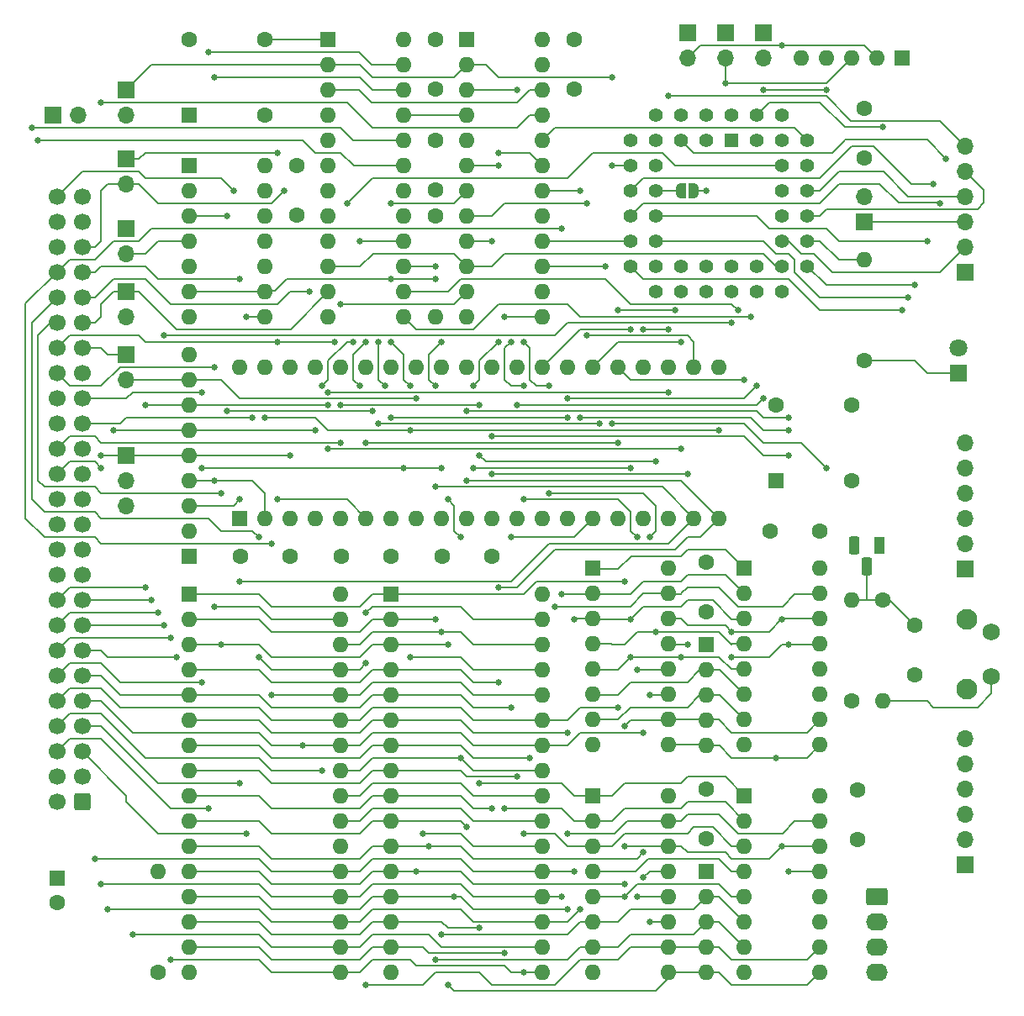
<source format=gbl>
G04 #@! TF.GenerationSoftware,KiCad,Pcbnew,6.0.4-6f826c9f35~116~ubuntu18.04.1*
G04 #@! TF.CreationDate,2023-06-15T13:07:36+01:00*
G04 #@! TF.ProjectId,sbc09,73626330-392e-46b6-9963-61645f706362,rev?*
G04 #@! TF.SameCoordinates,Original*
G04 #@! TF.FileFunction,Copper,L4,Bot*
G04 #@! TF.FilePolarity,Positive*
%FSLAX46Y46*%
G04 Gerber Fmt 4.6, Leading zero omitted, Abs format (unit mm)*
G04 Created by KiCad (PCBNEW 6.0.4-6f826c9f35~116~ubuntu18.04.1) date 2023-06-15 13:07:36*
%MOMM*%
%LPD*%
G01*
G04 APERTURE LIST*
G04 Aperture macros list*
%AMRoundRect*
0 Rectangle with rounded corners*
0 $1 Rounding radius*
0 $2 $3 $4 $5 $6 $7 $8 $9 X,Y pos of 4 corners*
0 Add a 4 corners polygon primitive as box body*
4,1,4,$2,$3,$4,$5,$6,$7,$8,$9,$2,$3,0*
0 Add four circle primitives for the rounded corners*
1,1,$1+$1,$2,$3*
1,1,$1+$1,$4,$5*
1,1,$1+$1,$6,$7*
1,1,$1+$1,$8,$9*
0 Add four rect primitives between the rounded corners*
20,1,$1+$1,$2,$3,$4,$5,0*
20,1,$1+$1,$4,$5,$6,$7,0*
20,1,$1+$1,$6,$7,$8,$9,0*
20,1,$1+$1,$8,$9,$2,$3,0*%
%AMFreePoly0*
4,1,22,0.500000,-0.750000,0.000000,-0.750000,0.000000,-0.745033,-0.079941,-0.743568,-0.215256,-0.701293,-0.333266,-0.622738,-0.424486,-0.514219,-0.481581,-0.384460,-0.499164,-0.250000,-0.500000,-0.250000,-0.500000,0.250000,-0.499164,0.250000,-0.499963,0.256109,-0.478152,0.396186,-0.417904,0.524511,-0.324060,0.630769,-0.204165,0.706417,-0.067858,0.745374,0.000000,0.744959,0.000000,0.750000,
0.500000,0.750000,0.500000,-0.750000,0.500000,-0.750000,$1*%
%AMFreePoly1*
4,1,20,0.000000,0.744959,0.073905,0.744508,0.209726,0.703889,0.328688,0.626782,0.421226,0.519385,0.479903,0.390333,0.500000,0.250000,0.500000,-0.250000,0.499851,-0.262216,0.476331,-0.402017,0.414519,-0.529596,0.319384,-0.634700,0.198574,-0.708877,0.061801,-0.746166,0.000000,-0.745033,0.000000,-0.750000,-0.500000,-0.750000,-0.500000,0.750000,0.000000,0.750000,0.000000,0.744959,
0.000000,0.744959,$1*%
G04 Aperture macros list end*
G04 #@! TA.AperFunction,ComponentPad*
%ADD10R,1.700000X1.700000*%
G04 #@! TD*
G04 #@! TA.AperFunction,ComponentPad*
%ADD11O,1.700000X1.700000*%
G04 #@! TD*
G04 #@! TA.AperFunction,ComponentPad*
%ADD12C,1.600000*%
G04 #@! TD*
G04 #@! TA.AperFunction,ComponentPad*
%ADD13O,1.600000X1.600000*%
G04 #@! TD*
G04 #@! TA.AperFunction,ComponentPad*
%ADD14R,1.600000X1.600000*%
G04 #@! TD*
G04 #@! TA.AperFunction,ComponentPad*
%ADD15RoundRect,0.250000X0.600000X0.600000X-0.600000X0.600000X-0.600000X-0.600000X0.600000X-0.600000X0*%
G04 #@! TD*
G04 #@! TA.AperFunction,ComponentPad*
%ADD16C,1.700000*%
G04 #@! TD*
G04 #@! TA.AperFunction,ComponentPad*
%ADD17RoundRect,0.250000X-0.845000X0.620000X-0.845000X-0.620000X0.845000X-0.620000X0.845000X0.620000X0*%
G04 #@! TD*
G04 #@! TA.AperFunction,ComponentPad*
%ADD18O,2.190000X1.740000*%
G04 #@! TD*
G04 #@! TA.AperFunction,ComponentPad*
%ADD19R,1.422400X1.422400*%
G04 #@! TD*
G04 #@! TA.AperFunction,ComponentPad*
%ADD20C,1.422400*%
G04 #@! TD*
G04 #@! TA.AperFunction,ComponentPad*
%ADD21R,1.800000X1.800000*%
G04 #@! TD*
G04 #@! TA.AperFunction,ComponentPad*
%ADD22C,1.800000*%
G04 #@! TD*
G04 #@! TA.AperFunction,ComponentPad*
%ADD23C,2.100000*%
G04 #@! TD*
G04 #@! TA.AperFunction,ComponentPad*
%ADD24C,1.750000*%
G04 #@! TD*
G04 #@! TA.AperFunction,ComponentPad*
%ADD25R,1.100000X1.800000*%
G04 #@! TD*
G04 #@! TA.AperFunction,ComponentPad*
%ADD26RoundRect,0.275000X0.275000X0.625000X-0.275000X0.625000X-0.275000X-0.625000X0.275000X-0.625000X0*%
G04 #@! TD*
G04 #@! TA.AperFunction,SMDPad,CuDef*
%ADD27FreePoly0,180.000000*%
G04 #@! TD*
G04 #@! TA.AperFunction,SMDPad,CuDef*
%ADD28FreePoly1,180.000000*%
G04 #@! TD*
G04 #@! TA.AperFunction,ViaPad*
%ADD29C,0.660400*%
G04 #@! TD*
G04 #@! TA.AperFunction,Conductor*
%ADD30C,0.203200*%
G04 #@! TD*
G04 APERTURE END LIST*
D10*
X107950000Y-53340000D03*
D11*
X107950000Y-55880000D03*
D10*
X100584000Y-55880000D03*
D11*
X103124000Y-55880000D03*
D12*
X182245000Y-80645000D03*
D13*
X182245000Y-70485000D03*
D14*
X154950008Y-101589992D03*
D13*
X154950008Y-104129992D03*
X154950008Y-106669992D03*
X154950008Y-109209992D03*
X154950008Y-111749992D03*
X154950008Y-114289992D03*
X154950008Y-116829992D03*
X154950008Y-119369992D03*
X162570008Y-119369992D03*
X162570008Y-116829992D03*
X162570008Y-114289992D03*
X162570008Y-111749992D03*
X162570008Y-109209992D03*
X162570008Y-106669992D03*
X162570008Y-104129992D03*
X162570008Y-101589992D03*
D12*
X139065000Y-48300000D03*
X139065000Y-53300000D03*
D10*
X107950000Y-67310000D03*
D11*
X107950000Y-69850000D03*
D15*
X103487500Y-125095000D03*
D16*
X100947500Y-125095000D03*
X103487500Y-122555000D03*
X100947500Y-122555000D03*
X103487500Y-120015000D03*
X100947500Y-120015000D03*
X103487500Y-117475000D03*
X100947500Y-117475000D03*
X103487500Y-114935000D03*
X100947500Y-114935000D03*
X103487500Y-112395000D03*
X100947500Y-112395000D03*
X103487500Y-109855000D03*
X100947500Y-109855000D03*
X103487500Y-107315000D03*
X100947500Y-107315000D03*
X103487500Y-104775000D03*
X100947500Y-104775000D03*
X103487500Y-102235000D03*
X100947500Y-102235000D03*
X103487500Y-99695000D03*
X100947500Y-99695000D03*
X103487500Y-97155000D03*
X100947500Y-97155000D03*
X103487500Y-94615000D03*
X100947500Y-94615000D03*
X103487500Y-92075000D03*
X100947500Y-92075000D03*
X103487500Y-89535000D03*
X100947500Y-89535000D03*
X103487500Y-86995000D03*
X100947500Y-86995000D03*
X103487500Y-84455000D03*
X100947500Y-84455000D03*
X103487500Y-81915000D03*
X100947500Y-81915000D03*
X103487500Y-79375000D03*
X100947500Y-79375000D03*
X103487500Y-76835000D03*
X100947500Y-76835000D03*
X103487500Y-74295000D03*
X100947500Y-74295000D03*
X103487500Y-71755000D03*
X100947500Y-71755000D03*
X103487500Y-69215000D03*
X100947500Y-69215000D03*
X103487500Y-66675000D03*
X100947500Y-66675000D03*
X103487500Y-64135000D03*
X100947500Y-64135000D03*
D12*
X144740000Y-100330000D03*
X139740000Y-100330000D03*
X180975000Y-114935000D03*
D13*
X180975000Y-104775000D03*
D10*
X107950000Y-73660000D03*
D11*
X107950000Y-76200000D03*
D10*
X172085000Y-47625000D03*
D11*
X172085000Y-50165000D03*
D17*
X183515000Y-134620000D03*
D18*
X183515000Y-137160000D03*
X183515000Y-139700000D03*
X183515000Y-142240000D03*
D14*
X166370000Y-132080000D03*
D13*
X166370000Y-134620000D03*
X166370000Y-137160000D03*
X166370000Y-139700000D03*
X166370000Y-142240000D03*
D14*
X114300000Y-60960000D03*
D13*
X114300000Y-63500000D03*
X114300000Y-66040000D03*
X114300000Y-68580000D03*
X114300000Y-71120000D03*
X114300000Y-73660000D03*
X114300000Y-76200000D03*
X121920000Y-76200000D03*
X121920000Y-73660000D03*
X121920000Y-71120000D03*
X121920000Y-68580000D03*
X121920000Y-66040000D03*
X121920000Y-63500000D03*
X121920000Y-60960000D03*
D14*
X119380000Y-96520000D03*
D13*
X121920000Y-96520000D03*
X124460000Y-96520000D03*
X127000000Y-96520000D03*
X129540000Y-96520000D03*
X132080000Y-96520000D03*
X134620000Y-96520000D03*
X137160000Y-96520000D03*
X139700000Y-96520000D03*
X142240000Y-96520000D03*
X144780000Y-96520000D03*
X147320000Y-96520000D03*
X149860000Y-96520000D03*
X152400000Y-96520000D03*
X154940000Y-96520000D03*
X157480000Y-96520000D03*
X160020000Y-96520000D03*
X162560000Y-96520000D03*
X165100000Y-96520000D03*
X167640000Y-96520000D03*
X167640000Y-81280000D03*
X165100000Y-81280000D03*
X162560000Y-81280000D03*
X160020000Y-81280000D03*
X157480000Y-81280000D03*
X154940000Y-81280000D03*
X152400000Y-81280000D03*
X149860000Y-81280000D03*
X147320000Y-81280000D03*
X144780000Y-81280000D03*
X142240000Y-81280000D03*
X139700000Y-81280000D03*
X137160000Y-81280000D03*
X134620000Y-81280000D03*
X132080000Y-81280000D03*
X129540000Y-81280000D03*
X127000000Y-81280000D03*
X124460000Y-81280000D03*
X121920000Y-81280000D03*
X119380000Y-81280000D03*
D14*
X128270000Y-48260000D03*
D13*
X128270000Y-50800000D03*
X128270000Y-53340000D03*
X128270000Y-55880000D03*
X128270000Y-58420000D03*
X128270000Y-60960000D03*
X128270000Y-63500000D03*
X128270000Y-66040000D03*
X128270000Y-68580000D03*
X128270000Y-71120000D03*
X128270000Y-73660000D03*
X128270000Y-76200000D03*
X135890000Y-76200000D03*
X135890000Y-73660000D03*
X135890000Y-71120000D03*
X135890000Y-68580000D03*
X135890000Y-66040000D03*
X135890000Y-63500000D03*
X135890000Y-60960000D03*
X135890000Y-58420000D03*
X135890000Y-55880000D03*
X135890000Y-53340000D03*
X135890000Y-50800000D03*
X135890000Y-48260000D03*
D12*
X153035000Y-48260000D03*
X153035000Y-53260000D03*
X187325000Y-107315000D03*
X187325000Y-112315000D03*
D19*
X168910000Y-58420000D03*
D20*
X166370000Y-55880000D03*
X166370000Y-58420000D03*
X163830000Y-55880000D03*
X163830000Y-58420000D03*
X161290000Y-55880000D03*
X158750000Y-58420000D03*
X161290000Y-58420000D03*
X158750000Y-60960000D03*
X161290000Y-60960000D03*
X158750000Y-63500000D03*
X161290000Y-63500000D03*
X158750000Y-66040000D03*
X161290000Y-66040000D03*
X158750000Y-68580000D03*
X161290000Y-68580000D03*
X158750000Y-71120000D03*
X161290000Y-73660000D03*
X161290000Y-71120000D03*
X163830000Y-73660000D03*
X163830000Y-71120000D03*
X166370000Y-73660000D03*
X166370000Y-71120000D03*
X168910000Y-73660000D03*
X168910000Y-71120000D03*
X171450000Y-73660000D03*
X171450000Y-71120000D03*
X173990000Y-73660000D03*
X176530000Y-71120000D03*
X173990000Y-71120000D03*
X176530000Y-68580000D03*
X173990000Y-68580000D03*
X176530000Y-66040000D03*
X173990000Y-66040000D03*
X176530000Y-63500000D03*
X173990000Y-63500000D03*
X176530000Y-60960000D03*
X173990000Y-60960000D03*
X176530000Y-58420000D03*
X173990000Y-55880000D03*
X173990000Y-58420000D03*
X171450000Y-55880000D03*
X171450000Y-58420000D03*
X168910000Y-55880000D03*
D10*
X192405000Y-101600000D03*
D11*
X192405000Y-99060000D03*
X192405000Y-96520000D03*
X192405000Y-93980000D03*
X192405000Y-91440000D03*
X192405000Y-88900000D03*
D10*
X107950000Y-60325000D03*
D11*
X107950000Y-62865000D03*
D14*
X114300000Y-100330000D03*
D13*
X114300000Y-97790000D03*
X114300000Y-95250000D03*
X114300000Y-92710000D03*
X114300000Y-90170000D03*
X114300000Y-87630000D03*
X114300000Y-85090000D03*
X114300000Y-82550000D03*
X114300000Y-80010000D03*
D14*
X114300000Y-55880000D03*
D12*
X121920000Y-55880000D03*
X121920000Y-48260000D03*
X114300000Y-48260000D03*
X111125000Y-142240000D03*
D13*
X111125000Y-132080000D03*
D21*
X191770000Y-81890000D03*
D22*
X191770000Y-79350000D03*
D12*
X182245000Y-55245000D03*
X182245000Y-60245000D03*
D23*
X192582000Y-106700000D03*
X192582000Y-113710000D03*
D24*
X195072000Y-107950000D03*
X195072000Y-112450000D03*
D10*
X107950000Y-80010000D03*
D11*
X107950000Y-82550000D03*
D14*
X186075000Y-50165000D03*
D13*
X183535000Y-50165000D03*
X180995000Y-50165000D03*
X178455000Y-50165000D03*
X175915000Y-50165000D03*
D12*
X177760000Y-97790000D03*
X172760000Y-97790000D03*
D14*
X166370000Y-109300000D03*
D13*
X166370000Y-111840000D03*
X166370000Y-114380000D03*
X166370000Y-116920000D03*
X166370000Y-119460000D03*
D14*
X154950008Y-124479990D03*
D13*
X154950008Y-127019990D03*
X154950008Y-129559990D03*
X154950008Y-132099990D03*
X154950008Y-134639990D03*
X154950008Y-137179990D03*
X154950008Y-139719990D03*
X154950008Y-142259990D03*
X162570008Y-142259990D03*
X162570008Y-139719990D03*
X162570008Y-137179990D03*
X162570008Y-134639990D03*
X162570008Y-132099990D03*
X162570008Y-129559990D03*
X162570008Y-127019990D03*
X162570008Y-124479990D03*
D14*
X170180000Y-124460000D03*
D13*
X170180000Y-127000000D03*
X170180000Y-129540000D03*
X170180000Y-132080000D03*
X170180000Y-134620000D03*
X170180000Y-137160000D03*
X170180000Y-139700000D03*
X170180000Y-142240000D03*
X177800000Y-142240000D03*
X177800000Y-139700000D03*
X177800000Y-137160000D03*
X177800000Y-134620000D03*
X177800000Y-132080000D03*
X177800000Y-129540000D03*
X177800000Y-127000000D03*
X177800000Y-124460000D03*
D12*
X134580000Y-100330000D03*
X129580000Y-100330000D03*
D10*
X107950000Y-90170000D03*
D11*
X107950000Y-92710000D03*
X107950000Y-95250000D03*
D25*
X183769000Y-99295000D03*
D26*
X182499000Y-101365000D03*
X181229000Y-99295000D03*
D10*
X192405000Y-131445000D03*
D11*
X192405000Y-128905000D03*
X192405000Y-126365000D03*
X192405000Y-123825000D03*
X192405000Y-121285000D03*
X192405000Y-118745000D03*
D12*
X125095000Y-61000000D03*
X125095000Y-66000000D03*
X184150000Y-104775000D03*
D13*
X184150000Y-114935000D03*
D12*
X181610000Y-123905000D03*
X181610000Y-128905000D03*
X166370000Y-123825000D03*
X166370000Y-128825000D03*
X166370000Y-100965000D03*
X166370000Y-105965000D03*
D14*
X100965000Y-132779888D03*
D12*
X100965000Y-135279888D03*
D14*
X142240000Y-48260000D03*
D13*
X142240000Y-50800000D03*
X142240000Y-53340000D03*
X142240000Y-55880000D03*
X142240000Y-58420000D03*
X142240000Y-60960000D03*
X142240000Y-63500000D03*
X142240000Y-66040000D03*
X142240000Y-68580000D03*
X142240000Y-71120000D03*
X142240000Y-73660000D03*
X142240000Y-76200000D03*
X149860000Y-76200000D03*
X149860000Y-73660000D03*
X149860000Y-71120000D03*
X149860000Y-68580000D03*
X149860000Y-66040000D03*
X149860000Y-63500000D03*
X149860000Y-60960000D03*
X149860000Y-58420000D03*
X149860000Y-55880000D03*
X149860000Y-53340000D03*
X149860000Y-50800000D03*
X149860000Y-48260000D03*
D12*
X124420000Y-100330000D03*
X119420000Y-100330000D03*
D10*
X168275000Y-47625000D03*
D11*
X168275000Y-50165000D03*
D14*
X173355000Y-92710000D03*
D12*
X180975000Y-92710000D03*
X180975000Y-85090000D03*
X173355000Y-85090000D03*
D14*
X134620000Y-104140000D03*
D13*
X134620000Y-106680000D03*
X134620000Y-109220000D03*
X134620000Y-111760000D03*
X134620000Y-114300000D03*
X134620000Y-116840000D03*
X134620000Y-119380000D03*
X134620000Y-121920000D03*
X134620000Y-124460000D03*
X134620000Y-127000000D03*
X134620000Y-129540000D03*
X134620000Y-132080000D03*
X134620000Y-134620000D03*
X134620000Y-137160000D03*
X134620000Y-139700000D03*
X134620000Y-142240000D03*
X149860000Y-142240000D03*
X149860000Y-139700000D03*
X149860000Y-137160000D03*
X149860000Y-134620000D03*
X149860000Y-132080000D03*
X149860000Y-129540000D03*
X149860000Y-127000000D03*
X149860000Y-124460000D03*
X149860000Y-121920000D03*
X149860000Y-119380000D03*
X149860000Y-116840000D03*
X149860000Y-114300000D03*
X149860000Y-111760000D03*
X149860000Y-109220000D03*
X149860000Y-106680000D03*
X149860000Y-104140000D03*
D10*
X164465000Y-47625000D03*
D11*
X164465000Y-50165000D03*
D12*
X139065000Y-63420000D03*
X139065000Y-58420000D03*
D14*
X170169992Y-101589992D03*
D13*
X170169992Y-104129992D03*
X170169992Y-106669992D03*
X170169992Y-109209992D03*
X170169992Y-111749992D03*
X170169992Y-114289992D03*
X170169992Y-116829992D03*
X170169992Y-119369992D03*
X177789992Y-119369992D03*
X177789992Y-116829992D03*
X177789992Y-114289992D03*
X177789992Y-111749992D03*
X177789992Y-109209992D03*
X177789992Y-106669992D03*
X177789992Y-104129992D03*
X177789992Y-101589992D03*
D14*
X114300000Y-104140000D03*
D13*
X114300000Y-106680000D03*
X114300000Y-109220000D03*
X114300000Y-111760000D03*
X114300000Y-114300000D03*
X114300000Y-116840000D03*
X114300000Y-119380000D03*
X114300000Y-121920000D03*
X114300000Y-124460000D03*
X114300000Y-127000000D03*
X114300000Y-129540000D03*
X114300000Y-132080000D03*
X114300000Y-134620000D03*
X114300000Y-137160000D03*
X114300000Y-139700000D03*
X114300000Y-142240000D03*
X129540000Y-142240000D03*
X129540000Y-139700000D03*
X129540000Y-137160000D03*
X129540000Y-134620000D03*
X129540000Y-132080000D03*
X129540000Y-129540000D03*
X129540000Y-127000000D03*
X129540000Y-124460000D03*
X129540000Y-121920000D03*
X129540000Y-119380000D03*
X129540000Y-116840000D03*
X129540000Y-114300000D03*
X129540000Y-111760000D03*
X129540000Y-109220000D03*
X129540000Y-106680000D03*
X129540000Y-104140000D03*
D12*
X139065000Y-66040000D03*
D13*
X139065000Y-76200000D03*
D10*
X192450000Y-71730000D03*
D11*
X192450000Y-69190000D03*
X192450000Y-66650000D03*
X192450000Y-64110000D03*
X192450000Y-61570000D03*
X192450000Y-59030000D03*
D10*
X182245000Y-66680000D03*
D11*
X182245000Y-64140000D03*
D27*
X165115000Y-63500000D03*
D28*
X163815000Y-63500000D03*
D29*
X166370000Y-63500000D03*
X132080000Y-88900000D03*
X157480000Y-115570000D03*
X132080000Y-78740000D03*
X131445000Y-83185000D03*
X157480000Y-88900000D03*
X162560000Y-53975000D03*
X188595000Y-68580000D03*
X189230000Y-62840000D03*
X189865000Y-64770000D03*
X190500000Y-60300000D03*
X184150000Y-57125000D03*
X187325000Y-73000000D03*
X186690000Y-74270000D03*
X186055000Y-75540000D03*
X120650000Y-86360000D03*
X117475000Y-109220000D03*
X117475000Y-93980000D03*
X140335000Y-143510000D03*
X140335000Y-109220000D03*
X123190000Y-59690000D03*
X127000000Y-87630000D03*
X106680000Y-87630000D03*
X105410000Y-91440000D03*
X129540000Y-88900000D03*
X144780000Y-68580000D03*
X143510000Y-85090000D03*
X129540000Y-85090000D03*
X118110000Y-85725000D03*
X132715000Y-85725000D03*
X118110000Y-66040000D03*
X99060000Y-58420000D03*
X115570000Y-91440000D03*
X115570000Y-83820000D03*
X156845000Y-52070000D03*
X156845000Y-60960000D03*
X135890000Y-91440000D03*
X136525000Y-110490000D03*
X139700000Y-91440000D03*
X124460000Y-90170000D03*
X105410000Y-90170000D03*
X116840000Y-92710000D03*
X116840000Y-81280000D03*
X123190000Y-94615000D03*
X128905000Y-78740000D03*
X123190000Y-78740000D03*
X129540000Y-74930000D03*
X130175000Y-64770000D03*
X126365000Y-73660000D03*
X119380000Y-72390000D03*
X119380000Y-94615000D03*
X139065000Y-72390000D03*
X134620000Y-72390000D03*
X173990000Y-48895000D03*
X168275000Y-52705000D03*
X172085000Y-53340000D03*
X178435000Y-53340000D03*
X137160000Y-84455000D03*
X128270000Y-85090000D03*
X109855000Y-85090000D03*
X123825000Y-63500000D03*
X139700000Y-138430000D03*
X139700000Y-107950000D03*
X105410000Y-54610000D03*
X132080000Y-143510000D03*
X121285000Y-98425000D03*
X132080000Y-106045000D03*
X132080000Y-111125000D03*
X121285000Y-110490000D03*
X98425000Y-57150000D03*
X169545000Y-75565000D03*
X170815000Y-76200000D03*
X144780000Y-88265000D03*
X146050000Y-76200000D03*
X173355000Y-120650000D03*
X174625000Y-90170000D03*
X158115000Y-102870000D03*
X158115000Y-117475000D03*
X139065000Y-140970000D03*
X139065000Y-106680000D03*
X146685000Y-78740000D03*
X112395000Y-108585000D03*
X147955000Y-83185000D03*
X147320000Y-122555000D03*
X147955000Y-78740000D03*
X150495000Y-83185000D03*
X148590000Y-120650000D03*
X147320000Y-53340000D03*
X113030000Y-110490000D03*
X167640000Y-87630000D03*
X134620000Y-64770000D03*
X136525000Y-87630000D03*
X136525000Y-83185000D03*
X120015000Y-128270000D03*
X134620000Y-78740000D03*
X121920000Y-86360000D03*
X122555000Y-99060000D03*
X122555000Y-114300000D03*
X151765000Y-67310000D03*
X153670000Y-63500000D03*
X153670000Y-86360000D03*
X174625000Y-87630000D03*
X147955000Y-94615000D03*
X159385000Y-111760000D03*
X159385000Y-134620000D03*
X159385000Y-98425000D03*
X131445000Y-68580000D03*
X168910000Y-76835000D03*
X111760000Y-78105000D03*
X116840000Y-52070000D03*
X116205000Y-49530000D03*
X133985000Y-83185000D03*
X133350000Y-78740000D03*
X152400000Y-118110000D03*
X152400000Y-86360000D03*
X134620000Y-86360000D03*
X115570000Y-113030000D03*
X146685000Y-98425000D03*
X146685000Y-115570000D03*
X133350000Y-86995000D03*
X155575000Y-86995000D03*
X160020000Y-118110000D03*
X125730000Y-119380000D03*
X127635000Y-121920000D03*
X128270000Y-89535000D03*
X130810000Y-78740000D03*
X127635000Y-83185000D03*
X163830000Y-89535000D03*
X139065000Y-93345000D03*
X119380000Y-102870000D03*
X139700000Y-78740000D03*
X139065000Y-83185000D03*
X119380000Y-123190000D03*
X145415000Y-60960000D03*
X142875000Y-83185000D03*
X116205000Y-125730000D03*
X145415000Y-103505000D03*
X142240000Y-92710000D03*
X145415000Y-78740000D03*
X145415000Y-113030000D03*
X154305000Y-78105000D03*
X154305000Y-64770000D03*
X158115000Y-134620000D03*
X158750000Y-110490000D03*
X163830000Y-110490000D03*
X162560000Y-83820000D03*
X161290000Y-107950000D03*
X128270000Y-83820000D03*
X156845000Y-86995000D03*
X178435000Y-91440000D03*
X156210000Y-71120000D03*
X160655000Y-98425000D03*
X160655000Y-114300000D03*
X150495000Y-93980000D03*
X160655000Y-137160000D03*
X137795000Y-128270000D03*
X168910000Y-107950000D03*
X158115000Y-133350000D03*
X158115000Y-129540000D03*
X173990000Y-129540000D03*
X173990000Y-106680000D03*
X109855000Y-103505000D03*
X137160000Y-132080000D03*
X160020000Y-132715000D03*
X168910000Y-110490000D03*
X174625000Y-132080000D03*
X138430000Y-129540000D03*
X160020000Y-130175000D03*
X164465000Y-109220000D03*
X174625000Y-109220000D03*
X110490000Y-104775000D03*
X158750000Y-91440000D03*
X142240000Y-127635000D03*
X142875000Y-91440000D03*
X111125000Y-106045000D03*
X164465000Y-92075000D03*
X163195000Y-75565000D03*
X157480000Y-75565000D03*
X144780000Y-125730000D03*
X144780000Y-92075000D03*
X111760000Y-107315000D03*
X153035000Y-106680000D03*
X153035000Y-132080000D03*
X104775000Y-130810000D03*
X158750000Y-106680000D03*
X160020000Y-77470000D03*
X162560000Y-77470000D03*
X151765000Y-134620000D03*
X170180000Y-82550000D03*
X105410000Y-133350000D03*
X151765000Y-104140000D03*
X153670000Y-135890000D03*
X163830000Y-78740000D03*
X106045000Y-135890000D03*
X152400000Y-84455000D03*
X171450000Y-83185000D03*
X108585000Y-138430000D03*
X151130000Y-105410000D03*
X112395000Y-140970000D03*
X158750000Y-77470000D03*
X147955000Y-142240000D03*
X147955000Y-128270000D03*
X146050000Y-140335000D03*
X146050000Y-125730000D03*
X172085000Y-84455000D03*
X147320000Y-85090000D03*
X143510000Y-90170000D03*
X143510000Y-137795000D03*
X143510000Y-123190000D03*
X161290000Y-90805000D03*
X152400000Y-135890000D03*
X174625000Y-86360000D03*
X152400000Y-128270000D03*
X140970000Y-134620000D03*
X142240000Y-85725000D03*
X145415000Y-59690000D03*
X141605000Y-98425000D03*
X141605000Y-120650000D03*
X140335000Y-94615000D03*
X120015000Y-76200000D03*
X118745000Y-63500000D03*
X116840000Y-105410000D03*
X139065000Y-71120000D03*
D30*
X165115000Y-63500000D02*
X166370000Y-63500000D01*
X141610000Y-115570000D02*
X142880000Y-116840000D01*
X100965000Y-114935000D02*
X102235000Y-113665000D01*
X142880000Y-116840000D02*
X149860000Y-116840000D01*
X131450000Y-116840000D02*
X132720000Y-115570000D01*
X105410000Y-113665000D02*
X107315000Y-115570000D01*
X121285000Y-115570000D02*
X122555000Y-116840000D01*
X132080000Y-78740000D02*
X130810000Y-80010000D01*
X152400000Y-116840000D02*
X149860000Y-116840000D01*
X102235000Y-113665000D02*
X105410000Y-113665000D01*
X157480000Y-115570000D02*
X153670000Y-115570000D01*
X122555000Y-116840000D02*
X129535000Y-116840000D01*
X132720000Y-115570000D02*
X141610000Y-115570000D01*
X107315000Y-115570000D02*
X121285000Y-115570000D01*
X130810000Y-82550000D02*
X131445000Y-83185000D01*
X129540000Y-116840000D02*
X131450000Y-116840000D01*
X153670000Y-115570000D02*
X152400000Y-116840000D01*
X132080000Y-88900000D02*
X157480000Y-88900000D01*
X130810000Y-80010000D02*
X130810000Y-82550000D01*
X188595000Y-81890000D02*
X191770000Y-81890000D01*
X182245000Y-80620000D02*
X187325000Y-80620000D01*
X187325000Y-80620000D02*
X188595000Y-81890000D01*
X179070000Y-71755000D02*
X189865000Y-71755000D01*
X189865000Y-71730000D02*
X192405000Y-69190000D01*
X177165000Y-69850000D02*
X179070000Y-71755000D01*
X174625000Y-68580000D02*
X175895000Y-69850000D01*
X175895000Y-69850000D02*
X177165000Y-69850000D01*
X173990000Y-68580000D02*
X174625000Y-68580000D01*
X177800000Y-63500000D02*
X179705000Y-61595000D01*
X176530000Y-63500000D02*
X177800000Y-63500000D01*
X186690000Y-64110000D02*
X192450000Y-64110000D01*
X184175000Y-61595000D02*
X186690000Y-64110000D01*
X179705000Y-61595000D02*
X184175000Y-61595000D01*
X178435000Y-65405000D02*
X193675000Y-65405000D01*
X176530000Y-66040000D02*
X177800000Y-66040000D01*
X194310000Y-64745000D02*
X194310000Y-63475000D01*
X193675000Y-65380000D02*
X194310000Y-64745000D01*
X194310000Y-63475000D02*
X192450000Y-61615000D01*
X177800000Y-66040000D02*
X178435000Y-65405000D01*
X178435000Y-53975000D02*
X180950000Y-56490000D01*
X180950000Y-56490000D02*
X189910000Y-56490000D01*
X189910000Y-56490000D02*
X192450000Y-59030000D01*
X162560000Y-53975000D02*
X178435000Y-53975000D01*
X171450000Y-66040000D02*
X161290000Y-66040000D01*
X172720000Y-67310000D02*
X171450000Y-66040000D01*
X178435000Y-67310000D02*
X172720000Y-67310000D01*
X188595000Y-68580000D02*
X179705000Y-68580000D01*
X179705000Y-68580000D02*
X178435000Y-67310000D01*
X189230000Y-62840000D02*
X186995000Y-62840000D01*
X186995000Y-62840000D02*
X183185000Y-59030000D01*
X180975000Y-59055000D02*
X177800000Y-62230000D01*
X160020000Y-62230000D02*
X158750000Y-63500000D01*
X177800000Y-62230000D02*
X160020000Y-62230000D01*
X183185000Y-59030000D02*
X180975000Y-59030000D01*
X189865000Y-64770000D02*
X189865000Y-64745000D01*
X185737500Y-64745000D02*
X183832500Y-62840000D01*
X158750000Y-66040000D02*
X160020000Y-64770000D01*
X189865000Y-64745000D02*
X185737500Y-64745000D01*
X160020000Y-64770000D02*
X177800000Y-64770000D01*
X177800000Y-64770000D02*
X179705000Y-62865000D01*
X183832500Y-62840000D02*
X179705000Y-62840000D01*
X188595000Y-58395000D02*
X180340000Y-58395000D01*
X179070000Y-59690000D02*
X165100000Y-59690000D01*
X165100000Y-59690000D02*
X163830000Y-58420000D01*
X180340000Y-58420000D02*
X179070000Y-59690000D01*
X190500000Y-60300000D02*
X188595000Y-58395000D01*
X172720000Y-54610000D02*
X171450000Y-55880000D01*
X177800000Y-54610000D02*
X172720000Y-54610000D01*
X184150000Y-57125000D02*
X180315000Y-57125000D01*
X180315000Y-57125000D02*
X177800000Y-54610000D01*
X178435000Y-73025000D02*
X176530000Y-71120000D01*
X187325000Y-73000000D02*
X187300000Y-73025000D01*
X187300000Y-73025000D02*
X178435000Y-73025000D01*
X175260000Y-71755000D02*
X175260000Y-70485000D01*
X172085000Y-68580000D02*
X161290000Y-68580000D01*
X186690000Y-74270000D02*
X186665000Y-74295000D01*
X177800000Y-74295000D02*
X175260000Y-71755000D01*
X186665000Y-74295000D02*
X177800000Y-74295000D01*
X174625000Y-69850000D02*
X173355000Y-69850000D01*
X173355000Y-69850000D02*
X172085000Y-68580000D01*
X175260000Y-70485000D02*
X174625000Y-69850000D01*
X174625000Y-72390000D02*
X160020000Y-72390000D01*
X177800000Y-75565000D02*
X174625000Y-72390000D01*
X160020000Y-72390000D02*
X158750000Y-71120000D01*
X186055000Y-75540000D02*
X186030000Y-75565000D01*
X186030000Y-75565000D02*
X177800000Y-75565000D01*
X182499000Y-104775000D02*
X184150000Y-104775000D01*
X182499000Y-100965000D02*
X182499000Y-104775000D01*
X180975000Y-104775000D02*
X182499000Y-104775000D01*
X184785000Y-104775000D02*
X187325000Y-107315000D01*
X120650000Y-86360000D02*
X107950000Y-86360000D01*
X107315000Y-86995000D02*
X103487500Y-86995000D01*
X107950000Y-86360000D02*
X107315000Y-86995000D01*
X177780000Y-142260000D02*
X176530000Y-143510000D01*
X131450000Y-110490000D02*
X132720000Y-109220000D01*
X114300000Y-109220000D02*
X117475000Y-109220000D01*
X99060000Y-78105000D02*
X99060000Y-92710000D01*
X132720000Y-109220000D02*
X134620000Y-109220000D01*
X100330000Y-76835000D02*
X99060000Y-78105000D01*
X140970000Y-144145000D02*
X161290000Y-144145000D01*
X99060000Y-92710000D02*
X99695000Y-93345000D01*
X168910000Y-143510000D02*
X167660000Y-142260000D01*
X176530000Y-143510000D02*
X168910000Y-143510000D01*
X99695000Y-93345000D02*
X104775000Y-93345000D01*
X117475000Y-109220000D02*
X121290000Y-109220000D01*
X105410000Y-93980000D02*
X117475000Y-93980000D01*
X104775000Y-93345000D02*
X105410000Y-93980000D01*
X140335000Y-109220000D02*
X134620000Y-109220000D01*
X121290000Y-109220000D02*
X122560000Y-110490000D01*
X167660000Y-142260000D02*
X162570000Y-142260000D01*
X161290000Y-144145000D02*
X162570000Y-142865000D01*
X140335000Y-143510000D02*
X140970000Y-144145000D01*
X122560000Y-110490000D02*
X131450000Y-110490000D01*
X109220000Y-60325000D02*
X109855000Y-59690000D01*
X107950000Y-60325000D02*
X109220000Y-60325000D01*
X109855000Y-59690000D02*
X123190000Y-59690000D01*
X121920000Y-48260000D02*
X128230000Y-48260000D01*
X114300000Y-87630000D02*
X127000000Y-87630000D01*
X106680000Y-87630000D02*
X114300000Y-87630000D01*
X100965000Y-92075000D02*
X102235000Y-90805000D01*
X104775000Y-90805000D02*
X105410000Y-91440000D01*
X102235000Y-90805000D02*
X104775000Y-90805000D01*
X105410000Y-88900000D02*
X104775000Y-88265000D01*
X102235000Y-88265000D02*
X100965000Y-89535000D01*
X129540000Y-88900000D02*
X105410000Y-88900000D01*
X143510000Y-85090000D02*
X129540000Y-85090000D01*
X142240000Y-68580000D02*
X144780000Y-68580000D01*
X104775000Y-88265000D02*
X102235000Y-88265000D01*
X114310000Y-66040000D02*
X118110000Y-66040000D01*
X118110000Y-85725000D02*
X132715000Y-85725000D01*
X135295000Y-61000000D02*
X130850000Y-61000000D01*
X129540000Y-59690000D02*
X127000000Y-59690000D01*
X125730000Y-58420000D02*
X99060000Y-58420000D01*
X127000000Y-59690000D02*
X125730000Y-58420000D01*
X130850000Y-61000000D02*
X129540000Y-59690000D01*
X141605000Y-110490000D02*
X136525000Y-110490000D01*
X158750000Y-60960000D02*
X156845000Y-60960000D01*
X110450000Y-50840000D02*
X107950000Y-53340000D01*
X145415000Y-52070000D02*
X156845000Y-52070000D01*
X142240000Y-50800000D02*
X144145000Y-50800000D01*
X142875000Y-111760000D02*
X141605000Y-110490000D01*
X135890000Y-91440000D02*
X139700000Y-91440000D01*
X108585000Y-83820000D02*
X115570000Y-83820000D01*
X128270000Y-50840000D02*
X110450000Y-50840000D01*
X107950000Y-84455000D02*
X108585000Y-83820000D01*
X128310000Y-50800000D02*
X131445000Y-50800000D01*
X103487500Y-84455000D02*
X107950000Y-84455000D01*
X115570000Y-91440000D02*
X135890000Y-91440000D01*
X149860000Y-111760000D02*
X142875000Y-111760000D01*
X132715000Y-52070000D02*
X140970000Y-52070000D01*
X144145000Y-50800000D02*
X145415000Y-52070000D01*
X140970000Y-52070000D02*
X142240000Y-50800000D01*
X131445000Y-50800000D02*
X132715000Y-52070000D01*
X114300000Y-90170000D02*
X124460000Y-90170000D01*
X114300000Y-90170000D02*
X107950000Y-90170000D01*
X105410000Y-90170000D02*
X107950000Y-90170000D01*
X114300000Y-92710000D02*
X120650000Y-92710000D01*
X121920000Y-93980000D02*
X121920000Y-96520000D01*
X107315000Y-81280000D02*
X105410000Y-83185000D01*
X102235000Y-83185000D02*
X100965000Y-81915000D01*
X120650000Y-92710000D02*
X121920000Y-93980000D01*
X105410000Y-83185000D02*
X102235000Y-83185000D01*
X116840000Y-81280000D02*
X107315000Y-81280000D01*
X107950000Y-80010000D02*
X106045000Y-80010000D01*
X105410000Y-79375000D02*
X106045000Y-80010000D01*
X103487500Y-79375000D02*
X105410000Y-79375000D01*
X109855000Y-78740000D02*
X109220000Y-78105000D01*
X129540000Y-74930000D02*
X140970000Y-74930000D01*
X109220000Y-78105000D02*
X102235000Y-78105000D01*
X140970000Y-74930000D02*
X142240000Y-73660000D01*
X102217500Y-78105000D02*
X100947500Y-79375000D01*
X123190000Y-94615000D02*
X130175000Y-94615000D01*
X128905000Y-78740000D02*
X123190000Y-78740000D01*
X123190000Y-78740000D02*
X109855000Y-78740000D01*
X130175000Y-94615000D02*
X132080000Y-96520000D01*
X105410000Y-74930000D02*
X106680000Y-73660000D01*
X107950000Y-73660000D02*
X109220000Y-73660000D01*
X109220000Y-73660000D02*
X113030000Y-77470000D01*
X106680000Y-73660000D02*
X107950000Y-73660000D01*
X104775000Y-76835000D02*
X105410000Y-76200000D01*
X105410000Y-76200000D02*
X105410000Y-74930000D01*
X103487500Y-76835000D02*
X104775000Y-76835000D01*
X113030000Y-77470000D02*
X124500000Y-77470000D01*
X124500000Y-77470000D02*
X128270000Y-73700000D01*
X123190000Y-74930000D02*
X124460000Y-73660000D01*
X103487500Y-74295000D02*
X104775000Y-74295000D01*
X130175000Y-64770000D02*
X132715000Y-62230000D01*
X161925000Y-59690000D02*
X163195000Y-60960000D01*
X132715000Y-62230000D02*
X152400000Y-62230000D01*
X109855000Y-72390000D02*
X112395000Y-74930000D01*
X112395000Y-74930000D02*
X123190000Y-74930000D01*
X104775000Y-74295000D02*
X106680000Y-72390000D01*
X106680000Y-72390000D02*
X109855000Y-72390000D01*
X154940000Y-59690000D02*
X161925000Y-59690000D01*
X124460000Y-73660000D02*
X126365000Y-73660000D01*
X163195000Y-60960000D02*
X173990000Y-60960000D01*
X152400000Y-62230000D02*
X154940000Y-59690000D01*
X118745000Y-95250000D02*
X119380000Y-94615000D01*
X109855000Y-71120000D02*
X105410000Y-71120000D01*
X104775000Y-71755000D02*
X103487500Y-71755000D01*
X119380000Y-72390000D02*
X111125000Y-72390000D01*
X114300000Y-95250000D02*
X118745000Y-95250000D01*
X111125000Y-72390000D02*
X109855000Y-71120000D01*
X105410000Y-71120000D02*
X104775000Y-71755000D01*
X134620000Y-72390000D02*
X139065000Y-72390000D01*
X124142500Y-72390000D02*
X122882500Y-73650000D01*
X134620000Y-72390000D02*
X124142500Y-72390000D01*
X114310000Y-73660000D02*
X121930000Y-73660000D01*
X122882500Y-73650000D02*
X121930000Y-73650000D01*
X165735000Y-48895000D02*
X182265000Y-48895000D01*
X164465000Y-50165000D02*
X165735000Y-48895000D01*
X182265000Y-48895000D02*
X183535000Y-50165000D01*
X168275000Y-50165000D02*
X168275000Y-52705000D01*
X168275000Y-52705000D02*
X178455000Y-52705000D01*
X178455000Y-52705000D02*
X180995000Y-50165000D01*
X172085000Y-53340000D02*
X178435000Y-53340000D01*
X114300000Y-82550000D02*
X117475000Y-82550000D01*
X117475000Y-82550000D02*
X119380000Y-84455000D01*
X137160000Y-84455000D02*
X119380000Y-84455000D01*
X107950000Y-82550000D02*
X114300000Y-82550000D01*
X182245000Y-66650000D02*
X192450000Y-66650000D01*
X109855000Y-85090000D02*
X114300000Y-85090000D01*
X114300000Y-85090000D02*
X128270000Y-85090000D01*
X105410000Y-68580000D02*
X105410000Y-63500000D01*
X123825000Y-63500000D02*
X122555000Y-64770000D01*
X103487500Y-69215000D02*
X104775000Y-69215000D01*
X106045000Y-62865000D02*
X107950000Y-62865000D01*
X105410000Y-63500000D02*
X106045000Y-62865000D01*
X104775000Y-69215000D02*
X105410000Y-68580000D01*
X111125000Y-64770000D02*
X109220000Y-62865000D01*
X122555000Y-64770000D02*
X111125000Y-64770000D01*
X109220000Y-62865000D02*
X107950000Y-62865000D01*
X152400000Y-138430000D02*
X153650000Y-137180000D01*
X153650000Y-137180000D02*
X154950000Y-137180000D01*
X139700000Y-107950000D02*
X141610000Y-107950000D01*
X141610000Y-107950000D02*
X142880000Y-109220000D01*
X167640000Y-134620000D02*
X166370000Y-134620000D01*
X157460000Y-137180000D02*
X158750000Y-135890000D01*
X158750000Y-135890000D02*
X165100000Y-135890000D01*
X170180000Y-137160000D02*
X167640000Y-134620000D01*
X131450000Y-109220000D02*
X129540000Y-109220000D01*
X132720000Y-107950000D02*
X131450000Y-109220000D01*
X139700000Y-107950000D02*
X132720000Y-107950000D01*
X142880000Y-109220000D02*
X149860000Y-109220000D01*
X154950000Y-137180000D02*
X157460000Y-137180000D01*
X165100000Y-135890000D02*
X166370000Y-134620000D01*
X139700000Y-138430000D02*
X152400000Y-138430000D01*
X142875000Y-106680000D02*
X141605000Y-105410000D01*
X117475000Y-97790000D02*
X116205000Y-96520000D01*
X158750000Y-139700000D02*
X158770000Y-139720000D01*
X149860000Y-55880000D02*
X148590000Y-55880000D01*
X143510000Y-142240000D02*
X144780000Y-143510000D01*
X144780000Y-143510000D02*
X151130000Y-143510000D01*
X98425000Y-94615000D02*
X98425000Y-76835000D01*
X98425000Y-76835000D02*
X100947500Y-74312500D01*
X167640000Y-139700000D02*
X168910000Y-140970000D01*
X121285000Y-98425000D02*
X120650000Y-97790000D01*
X129540000Y-111760000D02*
X131445000Y-111760000D01*
X153670000Y-140970000D02*
X157480000Y-140970000D01*
X139065000Y-142240000D02*
X143510000Y-142240000D01*
X158770000Y-139720000D02*
X162570000Y-139720000D01*
X157480000Y-140970000D02*
X158750000Y-139700000D01*
X151130000Y-143510000D02*
X153670000Y-140970000D01*
X105410000Y-96520000D02*
X104775000Y-95885000D01*
X141605000Y-105410000D02*
X132715000Y-105410000D01*
X132715000Y-57150000D02*
X130175000Y-54610000D01*
X120650000Y-97790000D02*
X117475000Y-97790000D01*
X131445000Y-111760000D02*
X132080000Y-111125000D01*
X149860000Y-106680000D02*
X142875000Y-106680000D01*
X99695000Y-95885000D02*
X98425000Y-94615000D01*
X116205000Y-96520000D02*
X105410000Y-96520000D01*
X132080000Y-143510000D02*
X137795000Y-143510000D01*
X162590000Y-139700000D02*
X167640000Y-139700000D01*
X148590000Y-55880000D02*
X147320000Y-57150000D01*
X137795000Y-143510000D02*
X139065000Y-142240000D01*
X104775000Y-95885000D02*
X99695000Y-95885000D01*
X132715000Y-105410000D02*
X132080000Y-106045000D01*
X176530000Y-140970000D02*
X177800000Y-139700000D01*
X147320000Y-57150000D02*
X132715000Y-57150000D01*
X130175000Y-54610000D02*
X105410000Y-54610000D01*
X122555000Y-111760000D02*
X129540000Y-111760000D01*
X168910000Y-140970000D02*
X176530000Y-140970000D01*
X121285000Y-110490000D02*
X122555000Y-111760000D01*
X130810000Y-58420000D02*
X129540000Y-57150000D01*
X135850000Y-58420000D02*
X130810000Y-58420000D01*
X129540000Y-57150000D02*
X98425000Y-57150000D01*
X109855000Y-69850000D02*
X111125000Y-68580000D01*
X111125000Y-68580000D02*
X114310000Y-68580000D01*
X107950000Y-69850000D02*
X109855000Y-69850000D01*
X158750000Y-74930000D02*
X156210000Y-72390000D01*
X169545000Y-75565000D02*
X168910000Y-74930000D01*
X165655000Y-111840000D02*
X166370000Y-111840000D01*
X168910000Y-74930000D02*
X158750000Y-74930000D01*
X156210000Y-72390000D02*
X141605000Y-72390000D01*
X167720000Y-111840000D02*
X170170000Y-114290000D01*
X141605000Y-72390000D02*
X140335000Y-73660000D01*
X157480000Y-114300000D02*
X158750000Y-113030000D01*
X154960000Y-114300000D02*
X157480000Y-114300000D01*
X166370000Y-111840000D02*
X167720000Y-111840000D01*
X140335000Y-73660000D02*
X135890000Y-73660000D01*
X158750000Y-113030000D02*
X164465000Y-113030000D01*
X164465000Y-113030000D02*
X165655000Y-111840000D01*
X189230000Y-115570000D02*
X193675000Y-115570000D01*
X184150000Y-114935000D02*
X188595000Y-114935000D01*
X188595000Y-114935000D02*
X189230000Y-115570000D01*
X195072000Y-114173000D02*
X195072000Y-112450000D01*
X193675000Y-115570000D02*
X195072000Y-114173000D01*
X157490000Y-116830000D02*
X158750000Y-115570000D01*
X158750000Y-115570000D02*
X164465000Y-115570000D01*
X137160000Y-77470000D02*
X142875000Y-77470000D01*
X152400000Y-74930000D02*
X153670000Y-76200000D01*
X145415000Y-74930000D02*
X152400000Y-74930000D01*
X135890000Y-76200000D02*
X137160000Y-77470000D01*
X153670000Y-76200000D02*
X170815000Y-76200000D01*
X166370000Y-114380000D02*
X167720000Y-114380000D01*
X154950000Y-116830000D02*
X157490000Y-116830000D01*
X167720000Y-114380000D02*
X170170000Y-116830000D01*
X164465000Y-115570000D02*
X165655000Y-114380000D01*
X165655000Y-114380000D02*
X166370000Y-114380000D01*
X142875000Y-77470000D02*
X145415000Y-74930000D01*
X167720000Y-119460000D02*
X168910000Y-120650000D01*
X176510000Y-120650000D02*
X177790000Y-119370000D01*
X162570000Y-119370000D02*
X166280000Y-119370000D01*
X174625000Y-90170000D02*
X172085000Y-90170000D01*
X168910000Y-120650000D02*
X176510000Y-120650000D01*
X172085000Y-90170000D02*
X170180000Y-88265000D01*
X146050000Y-76200000D02*
X149860000Y-76200000D01*
X170180000Y-88265000D02*
X144780000Y-88265000D01*
X166370000Y-119460000D02*
X167720000Y-119460000D01*
X167630000Y-116830000D02*
X168910000Y-118110000D01*
X114300000Y-104140000D02*
X121290000Y-104140000D01*
X149225000Y-102870000D02*
X147955000Y-104140000D01*
X158750000Y-116840000D02*
X162560000Y-116840000D01*
X158115000Y-102870000D02*
X149225000Y-102870000D01*
X121290000Y-104140000D02*
X122560000Y-105410000D01*
X131450000Y-105410000D02*
X132720000Y-104140000D01*
X176510000Y-118110000D02*
X177790000Y-116830000D01*
X162570000Y-116830000D02*
X167630000Y-116830000D01*
X158115000Y-117475000D02*
X158750000Y-116840000D01*
X122560000Y-105410000D02*
X131450000Y-105410000D01*
X147955000Y-104140000D02*
X134620000Y-104140000D01*
X168910000Y-118110000D02*
X176510000Y-118110000D01*
X132720000Y-104140000D02*
X134620000Y-104140000D01*
X139065000Y-140970000D02*
X152400000Y-140970000D01*
X114300000Y-106680000D02*
X121290000Y-106680000D01*
X167640000Y-137160000D02*
X166370000Y-137160000D01*
X132720000Y-106680000D02*
X134620000Y-106680000D01*
X139065000Y-106680000D02*
X134620000Y-106680000D01*
X166370000Y-137160000D02*
X165100000Y-138430000D01*
X152400000Y-140970000D02*
X153670000Y-139700000D01*
X153670000Y-139700000D02*
X154930000Y-139700000D01*
X158750000Y-138430000D02*
X157480000Y-139700000D01*
X122560000Y-107950000D02*
X131450000Y-107950000D01*
X121290000Y-106680000D02*
X122560000Y-107950000D01*
X131450000Y-107950000D02*
X132720000Y-106680000D01*
X157480000Y-139700000D02*
X154970000Y-139700000D01*
X165100000Y-138430000D02*
X158750000Y-138430000D01*
X170180000Y-139700000D02*
X167640000Y-137160000D01*
X102235000Y-108585000D02*
X100965000Y-109855000D01*
X146050000Y-82550000D02*
X146685000Y-83185000D01*
X121290000Y-121920000D02*
X122560000Y-123190000D01*
X131450000Y-123190000D02*
X132720000Y-121920000D01*
X146685000Y-83185000D02*
X147955000Y-83185000D01*
X146685000Y-78740000D02*
X146050000Y-79375000D01*
X146050000Y-79375000D02*
X146050000Y-82550000D01*
X142240000Y-122555000D02*
X141605000Y-121920000D01*
X122560000Y-123190000D02*
X131450000Y-123190000D01*
X114300000Y-121920000D02*
X121290000Y-121920000D01*
X141605000Y-121920000D02*
X134620000Y-121920000D01*
X147320000Y-122555000D02*
X142240000Y-122555000D01*
X112395000Y-108585000D02*
X102235000Y-108585000D01*
X132720000Y-121920000D02*
X134620000Y-121920000D01*
X148590000Y-82550000D02*
X148590000Y-79375000D01*
X114300000Y-119380000D02*
X121290000Y-119380000D01*
X147320000Y-53340000D02*
X142240000Y-53340000D01*
X132720000Y-119380000D02*
X134620000Y-119380000D01*
X131450000Y-120650000D02*
X132720000Y-119380000D01*
X149225000Y-83185000D02*
X150495000Y-83185000D01*
X122560000Y-120650000D02*
X131450000Y-120650000D01*
X106045000Y-110490000D02*
X113030000Y-110490000D01*
X105410000Y-109855000D02*
X106045000Y-110490000D01*
X148590000Y-79375000D02*
X147955000Y-78740000D01*
X121290000Y-119380000D02*
X122560000Y-120650000D01*
X141605000Y-119380000D02*
X134620000Y-119380000D01*
X148590000Y-120650000D02*
X142875000Y-120650000D01*
X103487500Y-109855000D02*
X105410000Y-109855000D01*
X149225000Y-83185000D02*
X148590000Y-82550000D01*
X142875000Y-120650000D02*
X141605000Y-119380000D01*
X136525000Y-87630000D02*
X128270000Y-87630000D01*
X135890000Y-80010000D02*
X135890000Y-82550000D01*
X134620000Y-78740000D02*
X135890000Y-80010000D01*
X134620000Y-64770000D02*
X140970000Y-64770000D01*
X127000000Y-86360000D02*
X121920000Y-86360000D01*
X111125000Y-128270000D02*
X120015000Y-128270000D01*
X167640000Y-87630000D02*
X136525000Y-87630000D01*
X103505000Y-120015000D02*
X107950000Y-124460000D01*
X142240000Y-63500000D02*
X140970000Y-64770000D01*
X107950000Y-124460000D02*
X107950000Y-125095000D01*
X135890000Y-82550000D02*
X136525000Y-83185000D01*
X128270000Y-87630000D02*
X127000000Y-86360000D01*
X107950000Y-125095000D02*
X111125000Y-128270000D01*
X149860000Y-68580000D02*
X158750000Y-68580000D01*
X97790000Y-74912500D02*
X97790000Y-96520000D01*
X129540000Y-114300000D02*
X131450000Y-114300000D01*
X100947500Y-71755000D02*
X97790000Y-74912500D01*
X104775000Y-70485000D02*
X102235000Y-70485000D01*
X142880000Y-114300000D02*
X149860000Y-114300000D01*
X102235000Y-70485000D02*
X100965000Y-71755000D01*
X131450000Y-114300000D02*
X132720000Y-113030000D01*
X104775000Y-98425000D02*
X105410000Y-99060000D01*
X97790000Y-96520000D02*
X99695000Y-98425000D01*
X110490000Y-67310000D02*
X109220000Y-68580000D01*
X99695000Y-98425000D02*
X104775000Y-98425000D01*
X141610000Y-113030000D02*
X142880000Y-114300000D01*
X151765000Y-67310000D02*
X110490000Y-67310000D01*
X132720000Y-113030000D02*
X141610000Y-113030000D01*
X105410000Y-99060000D02*
X122555000Y-99060000D01*
X109220000Y-68580000D02*
X106680000Y-68580000D01*
X122555000Y-114300000D02*
X129540000Y-114300000D01*
X106680000Y-68580000D02*
X104775000Y-70485000D01*
X151130000Y-57150000D02*
X149860000Y-58420000D01*
X175260000Y-57150000D02*
X151130000Y-57150000D01*
X176530000Y-58420000D02*
X175260000Y-57150000D01*
X170815000Y-86360000D02*
X153670000Y-86360000D01*
X153670000Y-63500000D02*
X149860000Y-63500000D01*
X174625000Y-87630000D02*
X172085000Y-87630000D01*
X172085000Y-87630000D02*
X170815000Y-86360000D01*
X159385000Y-134620000D02*
X159405000Y-134640000D01*
X147955000Y-94615000D02*
X157480000Y-94615000D01*
X159385000Y-111760000D02*
X162560000Y-111760000D01*
X158750000Y-95885000D02*
X158750000Y-97790000D01*
X159405000Y-134640000D02*
X162570000Y-134640000D01*
X157480000Y-94615000D02*
X158750000Y-95885000D01*
X158750000Y-97790000D02*
X159385000Y-98425000D01*
X135850000Y-68580000D02*
X131445000Y-68580000D01*
X132720000Y-123190000D02*
X141610000Y-123190000D01*
X141610000Y-123190000D02*
X142880000Y-124460000D01*
X131450000Y-124460000D02*
X132720000Y-123190000D01*
X142880000Y-124460000D02*
X149860000Y-124460000D01*
X129540000Y-124460000D02*
X131450000Y-124460000D01*
X152400000Y-76835000D02*
X151130000Y-78105000D01*
X151130000Y-78105000D02*
X111760000Y-78105000D01*
X168910000Y-76835000D02*
X152400000Y-76835000D01*
X132755000Y-53380000D02*
X135890000Y-53380000D01*
X116840000Y-52070000D02*
X131445000Y-52070000D01*
X131445000Y-52070000D02*
X132755000Y-53380000D01*
X116205000Y-49530000D02*
X131365000Y-49530000D01*
X131365000Y-49530000D02*
X132675000Y-50840000D01*
X132675000Y-50840000D02*
X135890000Y-50840000D01*
X132795000Y-69850000D02*
X140970000Y-69850000D01*
X140970000Y-69850000D02*
X142240000Y-71120000D01*
X142240000Y-71120000D02*
X144780000Y-71120000D01*
X128270000Y-71160000D02*
X131485000Y-71160000D01*
X172085000Y-69850000D02*
X173355000Y-71120000D01*
X146050000Y-69850000D02*
X172085000Y-69850000D01*
X173355000Y-71120000D02*
X173990000Y-71120000D01*
X131485000Y-71160000D02*
X132795000Y-69850000D01*
X144780000Y-71120000D02*
X146050000Y-69850000D01*
X152400000Y-118110000D02*
X142875000Y-118110000D01*
X133350000Y-82550000D02*
X133985000Y-83185000D01*
X107315000Y-113030000D02*
X105410000Y-111125000D01*
X134620000Y-86360000D02*
X152400000Y-86360000D01*
X142875000Y-118110000D02*
X141605000Y-116840000D01*
X105410000Y-111125000D02*
X102235000Y-111125000D01*
X132720000Y-116840000D02*
X134620000Y-116840000D01*
X141605000Y-116840000D02*
X134620000Y-116840000D01*
X131450000Y-118110000D02*
X132720000Y-116840000D01*
X133350000Y-78740000D02*
X133350000Y-82550000D01*
X102235000Y-111125000D02*
X100965000Y-112395000D01*
X121290000Y-116840000D02*
X122560000Y-118110000D01*
X114300000Y-116840000D02*
X121290000Y-116840000D01*
X115570000Y-113030000D02*
X107315000Y-113030000D01*
X122560000Y-118110000D02*
X131450000Y-118110000D01*
X132715000Y-114300000D02*
X131445000Y-115570000D01*
X121285000Y-114300000D02*
X107315000Y-114300000D01*
X107315000Y-114300000D02*
X105410000Y-112395000D01*
X105410000Y-112395000D02*
X103487500Y-112395000D01*
X133350000Y-86995000D02*
X155575000Y-86995000D01*
X131445000Y-115570000D02*
X122555000Y-115570000D01*
X153035000Y-98425000D02*
X154940000Y-96520000D01*
X122555000Y-115570000D02*
X121285000Y-114300000D01*
X142875000Y-115570000D02*
X146685000Y-115570000D01*
X141605000Y-114300000D02*
X142875000Y-115570000D01*
X134615000Y-114300000D02*
X132715000Y-114300000D01*
X146685000Y-98425000D02*
X153035000Y-98425000D01*
X134620000Y-114300000D02*
X141605000Y-114300000D01*
X131450000Y-119380000D02*
X132720000Y-118110000D01*
X129535000Y-119380000D02*
X122555000Y-119380000D01*
X160020000Y-118110000D02*
X153670000Y-118110000D01*
X152400000Y-119380000D02*
X149860000Y-119380000D01*
X153670000Y-118110000D02*
X152400000Y-119380000D01*
X121285000Y-118110000D02*
X108585000Y-118110000D01*
X129540000Y-119380000D02*
X131450000Y-119380000D01*
X122555000Y-119380000D02*
X121285000Y-118110000D01*
X108585000Y-118110000D02*
X105410000Y-114935000D01*
X142880000Y-119380000D02*
X149860000Y-119380000D01*
X141610000Y-118110000D02*
X142880000Y-119380000D01*
X132720000Y-118110000D02*
X141610000Y-118110000D01*
X105410000Y-114935000D02*
X103487500Y-114935000D01*
X102235000Y-116205000D02*
X100965000Y-117475000D01*
X141610000Y-125730000D02*
X142880000Y-127000000D01*
X105410000Y-116205000D02*
X102235000Y-116205000D01*
X163830000Y-89535000D02*
X128270000Y-89535000D01*
X142880000Y-127000000D02*
X149860000Y-127000000D01*
X122555000Y-121920000D02*
X121285000Y-120650000D01*
X129540000Y-127000000D02*
X131450000Y-127000000D01*
X128270000Y-80645000D02*
X128270000Y-82550000D01*
X130175000Y-78740000D02*
X128270000Y-80645000D01*
X127635000Y-121920000D02*
X122555000Y-121920000D01*
X131450000Y-127000000D02*
X132720000Y-125730000D01*
X132720000Y-125730000D02*
X141610000Y-125730000D01*
X130810000Y-78740000D02*
X130175000Y-78740000D01*
X128270000Y-82550000D02*
X127635000Y-83185000D01*
X121285000Y-120650000D02*
X109855000Y-120650000D01*
X109855000Y-120650000D02*
X105410000Y-116205000D01*
X165100000Y-96520000D02*
X162560000Y-99060000D01*
X138430000Y-80010000D02*
X138430000Y-82550000D01*
X138430000Y-82550000D02*
X139065000Y-83185000D01*
X111125000Y-123190000D02*
X119380000Y-123190000D01*
X162560000Y-99060000D02*
X150495000Y-99060000D01*
X146685000Y-102870000D02*
X119380000Y-102870000D01*
X139700000Y-78740000D02*
X138430000Y-80010000D01*
X150495000Y-99060000D02*
X146685000Y-102870000D01*
X105410000Y-117475000D02*
X111125000Y-123190000D01*
X139065000Y-93345000D02*
X161925000Y-93345000D01*
X103487500Y-117475000D02*
X105410000Y-117475000D01*
X161925000Y-93345000D02*
X165100000Y-96520000D01*
X112395000Y-125730000D02*
X105410000Y-118745000D01*
X164465000Y-98425000D02*
X165735000Y-98425000D01*
X105410000Y-118745000D02*
X102235000Y-118745000D01*
X116205000Y-125730000D02*
X112395000Y-125730000D01*
X142240000Y-92710000D02*
X163830000Y-92710000D01*
X114295000Y-111760000D02*
X121285000Y-111760000D01*
X145415000Y-60960000D02*
X142240000Y-60960000D01*
X131445000Y-113030000D02*
X132715000Y-111760000D01*
X163195000Y-99695000D02*
X164465000Y-98425000D01*
X134620000Y-111760000D02*
X141605000Y-111760000D01*
X102235000Y-118745000D02*
X100965000Y-120015000D01*
X147320000Y-103505000D02*
X145415000Y-103505000D01*
X143510000Y-82550000D02*
X143510000Y-80645000D01*
X163830000Y-92710000D02*
X167640000Y-96520000D01*
X151130000Y-99695000D02*
X147320000Y-103505000D01*
X122555000Y-113030000D02*
X131445000Y-113030000D01*
X143510000Y-80645000D02*
X145415000Y-78740000D01*
X163195000Y-99695000D02*
X151130000Y-99695000D01*
X142875000Y-113030000D02*
X145415000Y-113030000D01*
X142875000Y-83185000D02*
X143510000Y-82550000D01*
X141605000Y-111760000D02*
X142875000Y-113030000D01*
X121285000Y-111760000D02*
X122555000Y-113030000D01*
X132715000Y-111760000D02*
X134615000Y-111760000D01*
X167640000Y-96520000D02*
X165735000Y-98425000D01*
X165100000Y-78740000D02*
X165100000Y-81280000D01*
X154305000Y-64770000D02*
X146050000Y-64770000D01*
X163830000Y-110490000D02*
X167640000Y-110490000D01*
X158095000Y-134640000D02*
X154950000Y-134640000D01*
X158115000Y-134620000D02*
X159385000Y-133350000D01*
X167640000Y-110490000D02*
X168900000Y-111750000D01*
X167640000Y-133350000D02*
X168930000Y-134640000D01*
X146050000Y-64770000D02*
X144780000Y-66040000D01*
X158115000Y-134620000D02*
X158095000Y-134640000D01*
X170170000Y-111750000D02*
X168900000Y-111750000D01*
X157480000Y-111760000D02*
X158750000Y-110490000D01*
X158750000Y-110490000D02*
X163830000Y-110490000D01*
X154305000Y-78105000D02*
X164465000Y-78105000D01*
X157480000Y-111760000D02*
X154960000Y-111760000D01*
X159385000Y-133350000D02*
X167640000Y-133350000D01*
X168930000Y-134640000D02*
X170190000Y-134640000D01*
X164465000Y-78105000D02*
X165100000Y-78740000D01*
X144780000Y-66040000D02*
X142240000Y-66040000D01*
X128270000Y-83820000D02*
X162560000Y-83820000D01*
X156845000Y-109220000D02*
X158115000Y-109220000D01*
X158115000Y-109220000D02*
X159385000Y-107950000D01*
X168910000Y-132080000D02*
X170190000Y-132080000D01*
X154970000Y-132080000D02*
X159226250Y-132080000D01*
X168920000Y-109210000D02*
X170170000Y-109210000D01*
X156835000Y-109210000D02*
X156845000Y-109220000D01*
X159226250Y-132080000D02*
X160496250Y-130810000D01*
X167640000Y-107950000D02*
X168910000Y-109220000D01*
X159385000Y-107950000D02*
X167640000Y-107950000D01*
X167640000Y-130810000D02*
X168910000Y-132080000D01*
X168910000Y-109220000D02*
X168920000Y-109210000D01*
X154950000Y-109210000D02*
X156835000Y-109210000D01*
X160496250Y-130810000D02*
X167640000Y-130810000D01*
X149860000Y-71120000D02*
X156210000Y-71120000D01*
X175895000Y-88900000D02*
X172085000Y-88900000D01*
X172085000Y-88900000D02*
X170180000Y-86995000D01*
X178435000Y-91440000D02*
X175895000Y-88900000D01*
X170180000Y-86995000D02*
X156845000Y-86995000D01*
X161290000Y-97790000D02*
X160655000Y-98425000D01*
X160675000Y-137180000D02*
X160655000Y-137160000D01*
X161290000Y-95250000D02*
X161290000Y-97790000D01*
X160655000Y-114300000D02*
X162560000Y-114300000D01*
X160020000Y-93980000D02*
X161290000Y-95250000D01*
X162570000Y-137180000D02*
X160675000Y-137180000D01*
X150495000Y-93980000D02*
X160020000Y-93980000D01*
X137795000Y-128270000D02*
X141605000Y-128270000D01*
X142875000Y-129540000D02*
X149860000Y-129540000D01*
X141605000Y-128270000D02*
X142875000Y-129540000D01*
X141605000Y-132080000D02*
X142875000Y-133350000D01*
X137160000Y-132080000D02*
X141605000Y-132080000D01*
X173990000Y-129540000D02*
X177800000Y-129540000D01*
X162570000Y-129560000D02*
X163810000Y-129560000D01*
X164465000Y-130175000D02*
X168275000Y-130175000D01*
X164465000Y-107315000D02*
X168275000Y-107315000D01*
X162570000Y-106670000D02*
X163820000Y-106670000D01*
X131450000Y-133350000D02*
X132720000Y-132080000D01*
X137160000Y-132080000D02*
X134620000Y-132080000D01*
X121290000Y-132080000D02*
X122560000Y-133350000D01*
X102235000Y-103505000D02*
X100965000Y-104775000D01*
X122560000Y-133350000D02*
X131450000Y-133350000D01*
X168910000Y-130810000D02*
X172720000Y-130810000D01*
X158115000Y-129540000D02*
X162550000Y-129540000D01*
X114300000Y-132080000D02*
X121290000Y-132080000D01*
X168275000Y-107315000D02*
X168910000Y-107950000D01*
X142875000Y-133350000D02*
X158115000Y-133350000D01*
X163830000Y-129540000D02*
X164465000Y-130175000D01*
X172720000Y-130810000D02*
X173990000Y-129540000D01*
X109855000Y-103505000D02*
X102235000Y-103505000D01*
X163820000Y-106670000D02*
X164465000Y-107315000D01*
X172720000Y-107950000D02*
X174000000Y-106670000D01*
X174000000Y-106670000D02*
X177790000Y-106670000D01*
X168275000Y-130175000D02*
X168910000Y-130810000D01*
X132720000Y-132080000D02*
X134620000Y-132080000D01*
X168910000Y-107950000D02*
X172720000Y-107950000D01*
X163810000Y-129560000D02*
X163830000Y-129540000D01*
X172720000Y-110490000D02*
X173990000Y-109220000D01*
X122560000Y-130810000D02*
X131450000Y-130810000D01*
X121290000Y-129540000D02*
X122560000Y-130810000D01*
X174625000Y-109220000D02*
X177780000Y-109220000D01*
X141605000Y-129540000D02*
X142875000Y-130810000D01*
X138430000Y-129540000D02*
X141605000Y-129540000D01*
X132720000Y-129540000D02*
X134620000Y-129540000D01*
X138430000Y-129540000D02*
X134620000Y-129540000D01*
X131450000Y-130810000D02*
X132720000Y-129540000D01*
X142875000Y-130810000D02*
X159385000Y-130810000D01*
X162580000Y-109220000D02*
X164465000Y-109220000D01*
X114300000Y-129540000D02*
X121290000Y-129540000D01*
X168910000Y-110490000D02*
X172720000Y-110490000D01*
X110490000Y-104775000D02*
X103487500Y-104775000D01*
X159385000Y-130810000D02*
X160020000Y-130175000D01*
X160020000Y-132715000D02*
X160655000Y-132080000D01*
X160655000Y-132080000D02*
X162550000Y-132080000D01*
X173990000Y-109220000D02*
X174625000Y-109220000D01*
X177800000Y-132080000D02*
X174625000Y-132080000D01*
X111125000Y-106045000D02*
X102235000Y-106045000D01*
X132720000Y-127000000D02*
X134620000Y-127000000D01*
X141605000Y-127000000D02*
X134620000Y-127000000D01*
X122560000Y-128270000D02*
X131450000Y-128270000D01*
X114300000Y-127000000D02*
X121290000Y-127000000D01*
X142240000Y-127635000D02*
X141605000Y-127000000D01*
X102235000Y-106045000D02*
X100965000Y-107315000D01*
X121290000Y-127000000D02*
X122560000Y-128270000D01*
X131450000Y-128270000D02*
X132720000Y-127000000D01*
X142875000Y-91440000D02*
X158750000Y-91440000D01*
X114300000Y-124460000D02*
X121290000Y-124460000D01*
X144780000Y-92075000D02*
X164465000Y-92075000D01*
X131450000Y-125730000D02*
X132720000Y-124460000D01*
X111760000Y-107315000D02*
X103487500Y-107315000D01*
X157480000Y-75565000D02*
X163195000Y-75565000D01*
X142875000Y-125730000D02*
X141605000Y-124460000D01*
X141605000Y-124460000D02*
X134620000Y-124460000D01*
X122560000Y-125730000D02*
X131450000Y-125730000D01*
X121290000Y-124460000D02*
X122560000Y-125730000D01*
X132720000Y-124460000D02*
X134620000Y-124460000D01*
X144780000Y-125730000D02*
X142875000Y-125730000D01*
X122555000Y-132080000D02*
X121285000Y-130810000D01*
X164465000Y-104775000D02*
X167005000Y-104775000D01*
X167005000Y-104775000D02*
X168910000Y-106680000D01*
X132715000Y-130810000D02*
X131445000Y-132080000D01*
X131445000Y-132080000D02*
X122555000Y-132080000D01*
X141605000Y-130810000D02*
X132715000Y-130810000D01*
X121285000Y-130810000D02*
X104775000Y-130810000D01*
X160020000Y-77470000D02*
X162560000Y-77470000D01*
X153035000Y-106680000D02*
X153045000Y-106670000D01*
X154940000Y-106680000D02*
X158750000Y-106680000D01*
X153045000Y-106670000D02*
X154950000Y-106670000D01*
X160020000Y-105410000D02*
X163830000Y-105410000D01*
X149860000Y-132080000D02*
X153035000Y-132080000D01*
X149860000Y-132080000D02*
X142875000Y-132080000D01*
X168910000Y-106680000D02*
X170180000Y-106680000D01*
X158750000Y-106680000D02*
X160020000Y-105410000D01*
X142875000Y-132080000D02*
X141605000Y-130810000D01*
X163830000Y-105410000D02*
X164465000Y-104775000D01*
X149860000Y-134620000D02*
X151765000Y-134620000D01*
X142875000Y-134620000D02*
X141605000Y-133350000D01*
X142875000Y-134620000D02*
X149860000Y-134620000D01*
X122555000Y-134620000D02*
X121285000Y-133350000D01*
X163830000Y-102870000D02*
X164465000Y-102235000D01*
X131445000Y-134620000D02*
X122555000Y-134620000D01*
X158750000Y-82550000D02*
X157480000Y-81280000D01*
X164465000Y-102235000D02*
X168275000Y-102235000D01*
X168275000Y-102235000D02*
X170169992Y-104129992D01*
X121285000Y-133350000D02*
X105410000Y-133350000D01*
X132715000Y-133350000D02*
X131445000Y-134620000D01*
X141605000Y-133350000D02*
X132715000Y-133350000D01*
X170180000Y-82550000D02*
X158750000Y-82550000D01*
X154940000Y-104160000D02*
X158730000Y-104160000D01*
X160020000Y-102870000D02*
X163830000Y-102870000D01*
X158730000Y-104160000D02*
X160020000Y-102870000D01*
X151765000Y-104140000D02*
X154940000Y-104140000D01*
X121285000Y-135890000D02*
X106045000Y-135890000D01*
X163830000Y-78740000D02*
X157480000Y-78740000D01*
X154940000Y-101620000D02*
X157490000Y-101620000D01*
X157480000Y-78740000D02*
X154940000Y-81280000D01*
X158780000Y-100330000D02*
X163830000Y-100330000D01*
X152400000Y-137160000D02*
X153670000Y-135890000D01*
X168275000Y-99695000D02*
X164465000Y-99695000D01*
X149860000Y-137160000D02*
X142875000Y-137160000D01*
X142875000Y-137160000D02*
X141605000Y-135890000D01*
X149860000Y-137160000D02*
X152400000Y-137160000D01*
X131445000Y-137160000D02*
X122555000Y-137160000D01*
X164465000Y-99695000D02*
X163830000Y-100330000D01*
X157490000Y-101620000D02*
X158780000Y-100330000D01*
X122555000Y-137160000D02*
X121285000Y-135890000D01*
X141605000Y-135890000D02*
X132715000Y-135890000D01*
X170169992Y-101589992D02*
X168275000Y-99695000D01*
X132715000Y-135890000D02*
X131445000Y-137160000D01*
X170180000Y-84455000D02*
X152400000Y-84455000D01*
X160030000Y-104130000D02*
X162570000Y-104130000D01*
X175270000Y-104160000D02*
X177800000Y-104160000D01*
X108585000Y-138430000D02*
X121285000Y-138430000D01*
X163850000Y-104160000D02*
X163850000Y-104120000D01*
X163850000Y-104120000D02*
X164465000Y-103505000D01*
X132715000Y-138430000D02*
X138430000Y-138430000D01*
X131445000Y-139700000D02*
X132715000Y-138430000D01*
X158750000Y-105410000D02*
X160030000Y-104130000D01*
X169545000Y-105410000D02*
X174020000Y-105410000D01*
X164465000Y-103505000D02*
X167640000Y-103505000D01*
X167640000Y-103505000D02*
X169545000Y-105410000D01*
X139700000Y-139700000D02*
X149860000Y-139700000D01*
X151130000Y-105410000D02*
X158750000Y-105410000D01*
X121285000Y-138430000D02*
X122555000Y-139700000D01*
X138430000Y-138430000D02*
X139700000Y-139700000D01*
X162560000Y-104160000D02*
X163850000Y-104160000D01*
X171450000Y-83185000D02*
X170180000Y-84455000D01*
X174020000Y-105410000D02*
X175270000Y-104160000D01*
X122555000Y-139700000D02*
X131445000Y-139700000D01*
X152420000Y-129560000D02*
X154950000Y-129560000D01*
X147955000Y-142240000D02*
X149855000Y-142240000D01*
X167005000Y-127635000D02*
X165100000Y-127635000D01*
X158750000Y-77470000D02*
X153670000Y-77470000D01*
X112395000Y-140970000D02*
X121285000Y-140970000D01*
X165100000Y-127635000D02*
X164465000Y-128270000D01*
X146685000Y-142240000D02*
X147955000Y-142240000D01*
X146050000Y-141605000D02*
X146685000Y-142240000D01*
X168910000Y-129540000D02*
X170190000Y-129540000D01*
X168910000Y-129540000D02*
X167005000Y-127635000D01*
X137160000Y-141605000D02*
X146050000Y-141605000D01*
X156845000Y-129540000D02*
X158115000Y-128270000D01*
X132715000Y-140970000D02*
X136525000Y-140970000D01*
X158115000Y-128270000D02*
X164465000Y-128270000D01*
X151130000Y-128270000D02*
X152420000Y-129560000D01*
X153670000Y-77470000D02*
X149860000Y-81280000D01*
X136525000Y-140970000D02*
X137160000Y-141605000D01*
X154950000Y-129540000D02*
X156845000Y-129540000D01*
X121285000Y-140970000D02*
X122555000Y-142240000D01*
X122555000Y-142240000D02*
X131445000Y-142240000D01*
X131445000Y-142240000D02*
X132715000Y-140970000D01*
X147955000Y-128270000D02*
X151130000Y-128270000D01*
X146050000Y-140335000D02*
X138430000Y-140335000D01*
X158135000Y-125730000D02*
X163830000Y-125730000D01*
X153055000Y-127020000D02*
X151765000Y-125730000D01*
X154950000Y-127020000D02*
X153055000Y-127020000D01*
X151765000Y-125730000D02*
X146050000Y-125730000D01*
X163830000Y-125730000D02*
X164465000Y-125095000D01*
X154950000Y-127020000D02*
X156845000Y-127020000D01*
X164465000Y-125095000D02*
X168275000Y-125095000D01*
X131445000Y-140970000D02*
X122555000Y-140970000D01*
X172085000Y-84455000D02*
X171450000Y-85090000D01*
X137795000Y-139700000D02*
X132715000Y-139700000D01*
X171450000Y-85090000D02*
X147320000Y-85090000D01*
X122555000Y-140970000D02*
X121285000Y-139700000D01*
X138430000Y-140335000D02*
X137795000Y-139700000D01*
X168275000Y-125095000D02*
X170180000Y-127000000D01*
X156845000Y-127020000D02*
X158135000Y-125730000D01*
X121285000Y-139700000D02*
X114300000Y-139700000D01*
X132715000Y-139700000D02*
X131445000Y-140970000D01*
X153035000Y-124460000D02*
X153670000Y-124460000D01*
X121285000Y-137160000D02*
X114300000Y-137160000D01*
X154950000Y-124480000D02*
X156845000Y-124480000D01*
X164465000Y-122555000D02*
X168275000Y-122555000D01*
X143510000Y-123190000D02*
X151765000Y-123190000D01*
X139700000Y-137160000D02*
X132715000Y-137160000D01*
X132715000Y-137160000D02*
X131445000Y-138430000D01*
X153690000Y-124480000D02*
X154950000Y-124480000D01*
X163820000Y-123200000D02*
X164465000Y-122555000D01*
X153670000Y-124460000D02*
X153690000Y-124480000D01*
X156845000Y-124480000D02*
X158135000Y-123190000D01*
X168275000Y-122555000D02*
X170180000Y-124460000D01*
X122555000Y-138430000D02*
X121285000Y-137160000D01*
X143510000Y-90170000D02*
X144145000Y-90805000D01*
X131445000Y-138430000D02*
X122555000Y-138430000D01*
X151765000Y-123190000D02*
X153035000Y-124460000D01*
X143510000Y-137795000D02*
X140335000Y-137795000D01*
X140335000Y-137795000D02*
X139700000Y-137160000D01*
X163810000Y-123190000D02*
X163820000Y-123200000D01*
X158135000Y-123190000D02*
X163810000Y-123190000D01*
X144145000Y-90805000D02*
X161290000Y-90805000D01*
X174625000Y-86360000D02*
X172085000Y-86360000D01*
X163850000Y-127020000D02*
X164505000Y-126365000D01*
X175280000Y-127020000D02*
X177810000Y-127020000D01*
X169545000Y-128270000D02*
X174030000Y-128270000D01*
X158452500Y-127020000D02*
X163850000Y-127020000D01*
X158432500Y-127000000D02*
X158452500Y-127020000D01*
X141605000Y-134620000D02*
X140970000Y-134620000D01*
X131445000Y-135890000D02*
X122555000Y-135890000D01*
X140970000Y-134620000D02*
X132715000Y-134620000D01*
X152400000Y-135890000D02*
X142875000Y-135890000D01*
X172085000Y-86360000D02*
X171450000Y-85725000D01*
X132715000Y-134620000D02*
X131445000Y-135890000D01*
X142875000Y-135890000D02*
X141605000Y-134620000D01*
X164505000Y-126365000D02*
X167640000Y-126365000D01*
X167640000Y-126365000D02*
X169545000Y-128270000D01*
X122555000Y-135890000D02*
X121285000Y-134620000D01*
X121285000Y-134620000D02*
X114300000Y-134620000D01*
X152400000Y-128270000D02*
X157162500Y-128270000D01*
X157162500Y-128270000D02*
X158432500Y-127000000D01*
X174030000Y-128270000D02*
X175280000Y-127020000D01*
X171450000Y-85725000D02*
X142240000Y-85725000D01*
X135890000Y-55920000D02*
X142200000Y-55920000D01*
X149860000Y-53340000D02*
X148590000Y-53340000D01*
X148590000Y-53340000D02*
X147320000Y-54610000D01*
X131425000Y-53380000D02*
X128270000Y-53380000D01*
X147320000Y-54610000D02*
X132655000Y-54610000D01*
X132655000Y-54610000D02*
X131425000Y-53380000D01*
X145415000Y-59690000D02*
X148590000Y-59690000D01*
X140970000Y-97790000D02*
X141605000Y-98425000D01*
X131450000Y-121920000D02*
X132720000Y-120650000D01*
X148590000Y-59690000D02*
X149860000Y-60960000D01*
X141610000Y-120650000D02*
X142880000Y-121920000D01*
X140335000Y-94615000D02*
X140970000Y-95250000D01*
X129540000Y-121920000D02*
X131450000Y-121920000D01*
X142880000Y-121920000D02*
X149860000Y-121920000D01*
X140970000Y-95250000D02*
X140970000Y-97790000D01*
X132720000Y-120650000D02*
X141610000Y-120650000D01*
X118745000Y-63500000D02*
X117475000Y-62230000D01*
X109220000Y-61595000D02*
X103505000Y-61595000D01*
X120015000Y-76200000D02*
X121930000Y-76200000D01*
X109855000Y-62230000D02*
X109220000Y-61595000D01*
X117475000Y-62230000D02*
X109855000Y-62230000D01*
X103505000Y-61595000D02*
X100965000Y-64135000D01*
X122555000Y-106680000D02*
X129540000Y-106680000D01*
X116840000Y-105410000D02*
X121285000Y-105410000D01*
X121285000Y-105410000D02*
X122555000Y-106680000D01*
X135890000Y-71120000D02*
X139065000Y-71120000D01*
X176530000Y-68580000D02*
X177800000Y-68580000D01*
X177800000Y-68580000D02*
X179705000Y-70485000D01*
X179705000Y-70485000D02*
X182245000Y-70485000D01*
X163815000Y-63500000D02*
X161290000Y-63500000D01*
M02*

</source>
